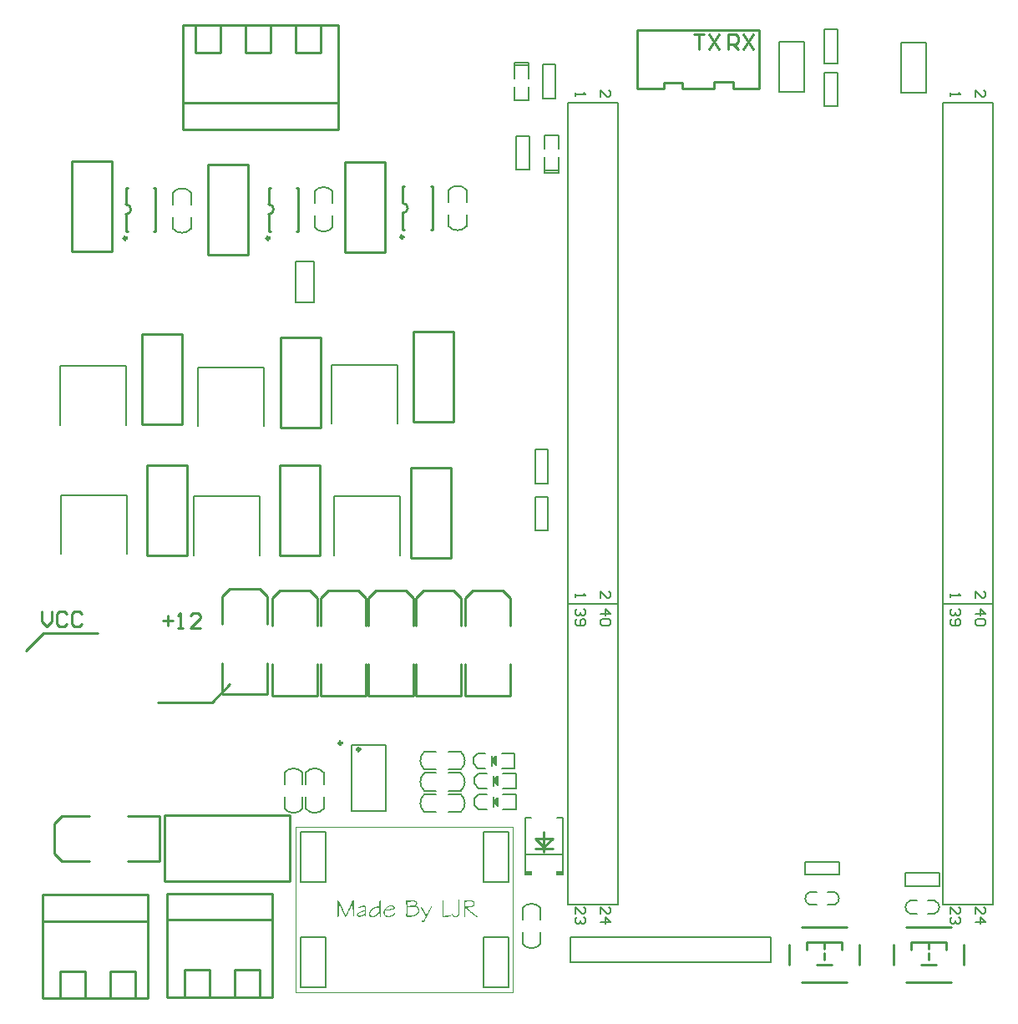
<source format=gto>
G04*
G04 #@! TF.GenerationSoftware,Altium Limited,Altium Designer,20.0.2 (26)*
G04*
G04 Layer_Color=65535*
%FSLAX25Y25*%
%MOIN*%
G70*
G01*
G75*
%ADD10C,0.01181*%
%ADD11C,0.01000*%
%ADD12C,0.00787*%
%ADD13C,0.00800*%
%ADD14C,0.00600*%
%ADD15C,0.00598*%
%ADD16C,0.00358*%
%ADD17C,0.00700*%
G36*
X361774Y145998D02*
X364584D01*
Y144198D01*
X361774D01*
Y145998D01*
D02*
G37*
G36*
X377226D02*
X374416D01*
Y144198D01*
X377226D01*
Y145998D01*
D02*
G37*
G36*
X317664Y134210D02*
X317819Y134188D01*
X317997Y134144D01*
X318175Y134088D01*
X318352Y134010D01*
X318508Y133910D01*
X318530Y133899D01*
X318575Y133855D01*
X318630Y133788D01*
X318708Y133688D01*
X318775Y133566D01*
X318841Y133421D01*
X318886Y133255D01*
X318897Y133055D01*
Y133033D01*
Y132988D01*
X318886Y132910D01*
X318864Y132822D01*
X318841Y132710D01*
X318797Y132599D01*
X318741Y132477D01*
X318664Y132366D01*
X318652Y132355D01*
X318619Y132322D01*
X318575Y132277D01*
X318497Y132210D01*
X318408Y132144D01*
X318308Y132077D01*
X318175Y132022D01*
X318030Y131966D01*
X318108D01*
X318163Y131955D01*
X318230D01*
X318308Y131944D01*
X318486Y131899D01*
X318686Y131844D01*
X318886Y131755D01*
X319086Y131644D01*
X319274Y131488D01*
X319297Y131466D01*
X319341Y131399D01*
X319419Y131299D01*
X319508Y131155D01*
X319586Y130977D01*
X319663Y130755D01*
X319708Y130499D01*
X319730Y130211D01*
Y130200D01*
Y130155D01*
X319719Y130088D01*
Y129999D01*
X319697Y129900D01*
X319674Y129777D01*
X319641Y129644D01*
X319597Y129500D01*
X319541Y129344D01*
X319475Y129189D01*
X319386Y129033D01*
X319286Y128877D01*
X319163Y128722D01*
X319019Y128566D01*
X318852Y128433D01*
X318664Y128300D01*
X318652Y128289D01*
X318619Y128278D01*
X318552Y128244D01*
X318463Y128200D01*
X318352Y128155D01*
X318219Y128100D01*
X318064Y128033D01*
X317886Y127978D01*
X317675Y127922D01*
X317441Y127855D01*
X317186Y127800D01*
X316908Y127755D01*
X316608Y127711D01*
X316286Y127689D01*
X315930Y127666D01*
X315564Y127655D01*
X315419D01*
X315331Y127666D01*
X315097D01*
X314942Y127678D01*
X314842D01*
X314786Y127689D01*
X314675Y127711D01*
X314631Y127733D01*
X314586Y127755D01*
X314575Y127778D01*
X314564Y127800D01*
X314553Y127833D01*
X314531Y127889D01*
X314520Y127944D01*
X314508Y128022D01*
Y128122D01*
Y128144D01*
Y128189D01*
Y128255D01*
X314520Y128355D01*
Y128433D01*
Y128511D01*
Y128600D01*
Y128700D01*
X314531Y128822D01*
Y128955D01*
Y128966D01*
Y128989D01*
Y129033D01*
Y129088D01*
Y129155D01*
X314542Y129233D01*
Y129422D01*
Y129644D01*
X314553Y129888D01*
Y130155D01*
Y130411D01*
Y130422D01*
Y130455D01*
Y130511D01*
Y130588D01*
Y130677D01*
Y130788D01*
Y130911D01*
Y131033D01*
Y131322D01*
X314542Y131633D01*
Y131944D01*
X314531Y132244D01*
Y132255D01*
Y132277D01*
Y132322D01*
Y132377D01*
X314520Y132444D01*
Y132521D01*
Y132710D01*
X314508Y132922D01*
X314497Y133144D01*
X314486Y133377D01*
X314475Y133599D01*
X314453D01*
X314408Y133621D01*
X314353Y133644D01*
X314297Y133677D01*
X314286Y133688D01*
X314275Y133721D01*
X314264Y133766D01*
X314253Y133833D01*
Y133844D01*
X314264Y133877D01*
X314275Y133921D01*
X314308Y133966D01*
X314319Y133977D01*
X314353Y133999D01*
X314397Y134032D01*
X314475Y134055D01*
X314486Y134066D01*
X314508Y134088D01*
X314542Y134121D01*
X314575Y134155D01*
X314586Y134166D01*
X314619Y134177D01*
X314653Y134188D01*
X314742D01*
X314775Y134177D01*
X314819Y134155D01*
X314830D01*
X314853Y134133D01*
X314897Y134110D01*
X314942Y134066D01*
X317241Y134210D01*
X317341D01*
X317364Y134221D01*
X317530D01*
X317664Y134210D01*
D02*
G37*
G36*
X324741Y132022D02*
X324785Y132010D01*
X324841Y131966D01*
X324852Y131955D01*
X324874Y131933D01*
X324896Y131888D01*
X324907Y131844D01*
X324896Y131822D01*
X324885Y131799D01*
X324863Y131766D01*
X324841Y131722D01*
X324818Y131655D01*
X324774Y131588D01*
X324718Y131488D01*
X324663Y131377D01*
X324585Y131244D01*
X324507Y131088D01*
X324396Y130911D01*
X324285Y130700D01*
X324152Y130466D01*
X324141Y130455D01*
X324118Y130411D01*
X324074Y130333D01*
X324030Y130233D01*
X323963Y130111D01*
X323885Y129966D01*
X323796Y129800D01*
X323696Y129611D01*
X323585Y129411D01*
X323474Y129200D01*
X323352Y128966D01*
X323230Y128722D01*
X322974Y128211D01*
X322708Y127678D01*
Y127666D01*
Y127655D01*
Y127644D01*
X322719Y127622D01*
X322752Y127555D01*
X322774Y127478D01*
X322785Y127411D01*
Y127400D01*
X322774Y127366D01*
X322763Y127322D01*
X322730Y127267D01*
X322719Y127255D01*
X322696Y127233D01*
X322663Y127211D01*
X322619Y127200D01*
X322596D01*
X322552Y127222D01*
X322530Y127233D01*
X322508Y127255D01*
X322008Y126300D01*
X321996Y126278D01*
X321974Y126233D01*
X321930Y126167D01*
X321874Y126078D01*
X321741Y125889D01*
X321663Y125789D01*
X321574Y125711D01*
X321563Y125700D01*
X321530Y125678D01*
X321485Y125644D01*
X321430Y125611D01*
X321352Y125567D01*
X321274Y125533D01*
X321185Y125511D01*
X321086Y125500D01*
X321052D01*
X321008Y125511D01*
X320952Y125522D01*
X320819Y125567D01*
X320763Y125600D01*
X320697Y125644D01*
X320686Y125655D01*
X320674Y125667D01*
X320630Y125733D01*
X320574Y125833D01*
X320563Y125900D01*
X320552Y125967D01*
Y125989D01*
X320563Y126033D01*
X320574Y126089D01*
X320597Y126144D01*
X320608Y126155D01*
X320641Y126178D01*
X320686Y126189D01*
X320741Y126200D01*
X320763D01*
X320808Y126189D01*
X320863Y126144D01*
X320908Y126111D01*
X320941Y126067D01*
Y126056D01*
X320963Y126044D01*
X320997Y126000D01*
X321063Y125944D01*
X321086Y125933D01*
X321119Y125922D01*
X321141D01*
X321197Y125944D01*
X321274Y125989D01*
X321319Y126022D01*
X321363Y126067D01*
X321374Y126078D01*
X321385Y126089D01*
X321408Y126122D01*
X321452Y126167D01*
X321485Y126222D01*
X321530Y126289D01*
X321585Y126378D01*
X321630Y126467D01*
X322274Y127755D01*
X322263Y127778D01*
X322241Y127833D01*
X322197Y127933D01*
X322141Y128066D01*
X322063Y128233D01*
X321974Y128433D01*
X321874Y128644D01*
X321763Y128889D01*
X321630Y129144D01*
X321497Y129422D01*
X321341Y129700D01*
X321174Y129999D01*
X320819Y130611D01*
X320430Y131222D01*
X320419Y131233D01*
X320397Y131277D01*
X320363Y131333D01*
X320330Y131399D01*
X320286Y131466D01*
X320252Y131522D01*
X320230Y131566D01*
X320219Y131599D01*
Y131611D01*
X320230Y131644D01*
X320241Y131688D01*
X320274Y131733D01*
X320286Y131744D01*
X320308Y131766D01*
X320352Y131788D01*
X320397Y131799D01*
X320408D01*
X320441Y131788D01*
X320508Y131755D01*
X320597Y131677D01*
X320652Y131633D01*
X320708Y131566D01*
X320774Y131488D01*
X320852Y131399D01*
X320930Y131288D01*
X321019Y131166D01*
X321119Y131022D01*
X321219Y130855D01*
X321230Y130844D01*
X321241Y130811D01*
X321274Y130755D01*
X321319Y130677D01*
X321374Y130588D01*
X321441Y130466D01*
X321508Y130333D01*
X321597Y130177D01*
X321685Y129999D01*
X321785Y129811D01*
X321897Y129588D01*
X322008Y129355D01*
X322130Y129111D01*
X322263Y128844D01*
X322396Y128555D01*
X322530Y128255D01*
Y128266D01*
X322541Y128278D01*
X322563Y128311D01*
X322574Y128355D01*
X322607Y128400D01*
X322641Y128466D01*
X322719Y128633D01*
X322819Y128833D01*
X322952Y129077D01*
X323085Y129355D01*
X323252Y129677D01*
Y129689D01*
X323263Y129700D01*
X323285Y129733D01*
X323307Y129777D01*
X323363Y129900D01*
X323441Y130044D01*
X323541Y130222D01*
X323641Y130422D01*
X323752Y130633D01*
X323874Y130855D01*
X323996Y131077D01*
X324130Y131288D01*
X324241Y131488D01*
X324363Y131666D01*
X324463Y131810D01*
X324552Y131933D01*
X324596Y131977D01*
X324630Y132010D01*
X324663Y132022D01*
X324685Y132033D01*
X324696D01*
X324741Y132022D01*
D02*
G37*
G36*
X293366Y134277D02*
X293433Y134255D01*
X293488Y134210D01*
X293499Y134199D01*
X293533Y134155D01*
X293555Y134077D01*
X293566Y133977D01*
X293633Y128000D01*
Y127989D01*
Y127978D01*
X293622Y127922D01*
X293610Y127844D01*
X293566Y127778D01*
X293555Y127766D01*
X293522Y127744D01*
X293477Y127711D01*
X293410Y127700D01*
X293399D01*
X293355Y127711D01*
X293299Y127733D01*
X293255Y127778D01*
X293244Y127789D01*
X293233Y127833D01*
X293211Y127900D01*
X293199Y127989D01*
X293144Y133355D01*
Y133344D01*
X293122Y133310D01*
X293099Y133266D01*
X293066Y133188D01*
X293033Y133110D01*
X292988Y132999D01*
X292933Y132888D01*
X292877Y132755D01*
X292811Y132610D01*
X292744Y132455D01*
X292588Y132110D01*
X292422Y131744D01*
X292244Y131355D01*
X292055Y130944D01*
X291877Y130544D01*
X291688Y130144D01*
X291511Y129755D01*
X291344Y129400D01*
X291266Y129233D01*
X291189Y129077D01*
X291122Y128933D01*
X291055Y128800D01*
X291000Y128677D01*
X290944Y128577D01*
X290933Y128566D01*
X290922Y128533D01*
X290900Y128489D01*
X290855Y128422D01*
X290822Y128344D01*
X290766Y128255D01*
X290655Y128077D01*
X290544Y127889D01*
X290477Y127800D01*
X290422Y127722D01*
X290366Y127655D01*
X290322Y127611D01*
X290277Y127578D01*
X290233Y127567D01*
X290211D01*
X290166Y127578D01*
X290100Y127622D01*
X290066Y127644D01*
X290033Y127689D01*
Y127700D01*
X290022Y127711D01*
X290000Y127744D01*
X289978Y127789D01*
X289944Y127855D01*
X289900Y127933D01*
X289855Y128044D01*
X289811Y128166D01*
Y128177D01*
X289789Y128222D01*
X289766Y128278D01*
X289733Y128366D01*
Y128377D01*
X289722Y128400D01*
X289700Y128444D01*
X289678Y128511D01*
X289644Y128577D01*
X289611Y128666D01*
X289566Y128766D01*
X289522Y128889D01*
X289477Y129011D01*
X289422Y129155D01*
X289289Y129455D01*
X289155Y129800D01*
X289000Y130166D01*
X288833Y130555D01*
X288655Y130955D01*
X288278Y131777D01*
X288089Y132177D01*
X287900Y132577D01*
X287711Y132955D01*
X287522Y133299D01*
Y133288D01*
Y133255D01*
Y133188D01*
Y133122D01*
X287533Y133021D01*
Y132910D01*
Y132788D01*
Y132644D01*
X287544Y132344D01*
Y132022D01*
X287556Y131688D01*
Y131355D01*
Y131344D01*
Y131322D01*
Y131277D01*
Y131222D01*
Y131155D01*
Y131066D01*
X287567Y130888D01*
Y130700D01*
Y130511D01*
Y130333D01*
Y130255D01*
Y130188D01*
Y130166D01*
Y130111D01*
Y130011D01*
Y129877D01*
Y129722D01*
X287556Y129533D01*
Y129311D01*
X287544Y129077D01*
Y129066D01*
Y129055D01*
Y129022D01*
Y128977D01*
Y128866D01*
Y128733D01*
X287533Y128589D01*
Y128455D01*
Y128322D01*
Y128233D01*
Y127877D01*
Y127866D01*
Y127855D01*
X287522Y127800D01*
X287511Y127733D01*
X287467Y127666D01*
X287456Y127655D01*
X287422Y127633D01*
X287367Y127600D01*
X287289Y127589D01*
X287267D01*
X287222Y127600D01*
X287167Y127622D01*
X287111Y127678D01*
X287100Y127689D01*
X287089Y127744D01*
X287067Y127822D01*
X287055Y127933D01*
Y127944D01*
Y127966D01*
Y128011D01*
Y128089D01*
Y128100D01*
Y128122D01*
Y128166D01*
X287067Y128222D01*
Y128289D01*
Y128366D01*
X287078Y128455D01*
Y128555D01*
X287089Y128789D01*
Y129044D01*
X287100Y129322D01*
Y129611D01*
Y129622D01*
Y129633D01*
Y129666D01*
Y129711D01*
Y129822D01*
Y129977D01*
Y130177D01*
Y130400D01*
X287089Y130655D01*
Y130933D01*
X287078Y131233D01*
Y131555D01*
X287067Y131888D01*
X287055Y132233D01*
X287033Y132944D01*
X287000Y133644D01*
Y133655D01*
Y133677D01*
Y133744D01*
Y133821D01*
Y133855D01*
Y133877D01*
Y133888D01*
Y133899D01*
X287011Y133955D01*
X287033Y134021D01*
X287078Y134088D01*
X287089Y134099D01*
X287144Y134133D01*
X287211Y134166D01*
X287300Y134177D01*
X287311D01*
X287355Y134166D01*
X287422Y134133D01*
X287511Y134055D01*
X287567Y134010D01*
X287622Y133944D01*
X287678Y133866D01*
X287755Y133777D01*
X287822Y133666D01*
X287900Y133544D01*
X287978Y133399D01*
X288067Y133233D01*
X288078Y133221D01*
X288089Y133188D01*
X288122Y133133D01*
X288144Y133077D01*
X288222Y132933D01*
X288289Y132788D01*
Y132777D01*
X288311Y132755D01*
X288333Y132710D01*
X288355Y132655D01*
X288400Y132577D01*
X288444Y132488D01*
X288489Y132377D01*
X288544Y132266D01*
X288611Y132133D01*
X288678Y131977D01*
X288755Y131822D01*
X288833Y131655D01*
X288911Y131466D01*
X289000Y131266D01*
X289189Y130844D01*
X289200Y130833D01*
X289211Y130788D01*
X289244Y130722D01*
X289278Y130633D01*
X289322Y130533D01*
X289377Y130400D01*
X289444Y130244D01*
X289511Y130077D01*
X289589Y129888D01*
X289678Y129689D01*
X289766Y129477D01*
X289855Y129244D01*
X289955Y129011D01*
X290055Y128755D01*
X290266Y128233D01*
X290277Y128255D01*
X290300Y128300D01*
X290344Y128389D01*
X290411Y128500D01*
X290489Y128655D01*
X290588Y128844D01*
X290700Y129066D01*
X290822Y129322D01*
X290966Y129611D01*
X291122Y129933D01*
X291288Y130299D01*
X291477Y130688D01*
X291677Y131122D01*
X291877Y131588D01*
X292099Y132088D01*
X292333Y132622D01*
Y132633D01*
X292344Y132655D01*
X292355Y132677D01*
X292377Y132721D01*
X292433Y132844D01*
X292488Y132977D01*
X292555Y133133D01*
X292622Y133288D01*
X292688Y133432D01*
X292744Y133566D01*
Y133577D01*
X292755Y133588D01*
X292777Y133644D01*
X292811Y133721D01*
X292855Y133821D01*
X292911Y133921D01*
X292955Y134021D01*
X292999Y134110D01*
X293044Y134166D01*
Y134177D01*
X293066Y134188D01*
X293122Y134232D01*
X293199Y134266D01*
X293244Y134288D01*
X293310D01*
X293366Y134277D01*
D02*
G37*
G36*
X335617Y134366D02*
X335673Y134344D01*
X335717Y134299D01*
X335729Y134288D01*
X335751Y134244D01*
X335773Y134177D01*
X335784Y134077D01*
X335851Y129822D01*
Y129566D01*
Y129544D01*
Y129489D01*
Y129400D01*
Y129288D01*
X335840Y129166D01*
X335828Y129033D01*
X335817Y128922D01*
X335806Y128811D01*
Y128800D01*
X335795Y128766D01*
X335784Y128722D01*
X335773Y128666D01*
X335729Y128522D01*
X335662Y128389D01*
X335651Y128366D01*
X335617Y128322D01*
X335562Y128244D01*
X335484Y128155D01*
X335384Y128055D01*
X335273Y127944D01*
X335140Y127844D01*
X334995Y127755D01*
X334973Y127744D01*
X334928Y127722D01*
X334851Y127689D01*
X334740Y127655D01*
X334606Y127611D01*
X334462Y127578D01*
X334284Y127555D01*
X334106Y127544D01*
X334040D01*
X333995Y127555D01*
X333873Y127567D01*
X333717Y127589D01*
X333540Y127633D01*
X333362Y127700D01*
X333173Y127778D01*
X333007Y127900D01*
X332984Y127911D01*
X332940Y127966D01*
X332873Y128033D01*
X332795Y128144D01*
X332706Y128266D01*
X332640Y128411D01*
X332595Y128566D01*
X332573Y128744D01*
Y128755D01*
Y128766D01*
X332584Y128811D01*
X332595Y128877D01*
X332629Y128933D01*
X332640Y128944D01*
X332673Y128977D01*
X332718Y129000D01*
X332773Y129011D01*
X332795D01*
X332829Y129000D01*
X332851Y128977D01*
X332895Y128955D01*
X332929Y128911D01*
X332962Y128844D01*
X332995Y128766D01*
X333007Y128744D01*
X333018Y128700D01*
X333029Y128644D01*
X333051Y128600D01*
X333062Y128589D01*
X333073Y128544D01*
X333106Y128489D01*
X333151Y128422D01*
X333207Y128344D01*
X333262Y128266D01*
X333340Y128189D01*
X333429Y128122D01*
X333440Y128111D01*
X333473Y128100D01*
X333529Y128077D01*
X333606Y128055D01*
X333695Y128022D01*
X333806Y128000D01*
X333929Y127989D01*
X334073Y127978D01*
X334129D01*
X334195Y127989D01*
X334273D01*
X334362Y128000D01*
X334462Y128022D01*
X334673Y128089D01*
X334684Y128100D01*
X334717Y128111D01*
X334773Y128144D01*
X334840Y128177D01*
X334984Y128289D01*
X335140Y128433D01*
X335151Y128444D01*
X335162Y128466D01*
X335184Y128500D01*
X335217Y128544D01*
X335284Y128655D01*
X335340Y128800D01*
Y128811D01*
X335351Y128833D01*
X335362Y128877D01*
X335373Y128944D01*
X335384Y129022D01*
X335395Y129111D01*
X335406Y129211D01*
Y129333D01*
Y129344D01*
Y129388D01*
Y129455D01*
X335395Y129555D01*
Y129566D01*
Y129588D01*
Y129655D01*
Y129733D01*
Y129822D01*
X335329Y134077D01*
Y134088D01*
Y134099D01*
X335340Y134155D01*
X335351Y134221D01*
X335384Y134288D01*
X335395Y134299D01*
X335429Y134332D01*
X335473Y134366D01*
X335551Y134377D01*
X335573D01*
X335617Y134366D01*
D02*
G37*
G36*
X297643Y132122D02*
X297755Y132099D01*
X297877Y132066D01*
X297999Y132010D01*
X298121Y131944D01*
X298210Y131855D01*
X298221Y131844D01*
X298243Y131799D01*
X298277Y131733D01*
X298321Y131633D01*
X298365Y131488D01*
X298410Y131322D01*
X298443Y131099D01*
Y130977D01*
X298454Y130844D01*
X298521Y128133D01*
Y128122D01*
Y128111D01*
X298510Y128055D01*
X298499Y127978D01*
X298465Y127911D01*
X298454Y127900D01*
X298421Y127877D01*
X298377Y127855D01*
X298310Y127844D01*
X298299D01*
X298254Y127855D01*
X298210Y127877D01*
X298165Y127911D01*
X298154Y127922D01*
X298132Y127966D01*
X298110Y128033D01*
X298099Y128122D01*
X298088Y128722D01*
Y128711D01*
X298066Y128700D01*
X297999Y128633D01*
X297899Y128544D01*
X297766Y128422D01*
X297599Y128300D01*
X297421Y128155D01*
X297210Y128033D01*
X296999Y127911D01*
X296988D01*
X296977Y127900D01*
X296943Y127889D01*
X296899Y127866D01*
X296777Y127822D01*
X296632Y127766D01*
X296455Y127711D01*
X296255Y127666D01*
X296043Y127633D01*
X295821Y127622D01*
X295744D01*
X295666Y127633D01*
X295566Y127655D01*
X295444Y127678D01*
X295321Y127711D01*
X295210Y127766D01*
X295099Y127844D01*
X295088Y127855D01*
X295055Y127889D01*
X295021Y127944D01*
X294977Y128011D01*
X294921Y128100D01*
X294888Y128211D01*
X294855Y128333D01*
X294844Y128478D01*
Y128489D01*
Y128500D01*
X294855Y128566D01*
X294877Y128666D01*
X294933Y128789D01*
X295010Y128933D01*
X295077Y129011D01*
X295144Y129088D01*
X295221Y129166D01*
X295310Y129255D01*
X295421Y129333D01*
X295544Y129411D01*
X295555D01*
X295577Y129433D01*
X295621Y129455D01*
X295688Y129489D01*
X295766Y129522D01*
X295866Y129577D01*
X295977Y129622D01*
X296121Y129689D01*
X296277Y129755D01*
X296466Y129822D01*
X296666Y129900D01*
X296899Y129988D01*
X297143Y130077D01*
X297410Y130166D01*
X297710Y130255D01*
X298032Y130355D01*
Y130755D01*
Y130766D01*
Y130777D01*
Y130844D01*
X298021Y130944D01*
X297999Y131055D01*
X297977Y131188D01*
X297955Y131310D01*
X297910Y131422D01*
X297866Y131510D01*
X297854Y131522D01*
X297843Y131544D01*
X297799Y131577D01*
X297755Y131611D01*
X297688Y131644D01*
X297599Y131677D01*
X297499Y131699D01*
X297388Y131711D01*
X297310D01*
X297254Y131699D01*
X297177Y131688D01*
X297099Y131677D01*
X296899Y131633D01*
X296888D01*
X296855Y131622D01*
X296788Y131599D01*
X296710Y131577D01*
X296610Y131533D01*
X296499Y131488D01*
X296377Y131444D01*
X296232Y131377D01*
X296221D01*
X296210Y131366D01*
X296177Y131355D01*
X296132Y131333D01*
X296010Y131266D01*
X295855Y131188D01*
X295844D01*
X295821Y131166D01*
X295777Y131155D01*
X295732Y131133D01*
X295644Y131088D01*
X295599Y131077D01*
X295566Y131066D01*
X295555D01*
X295521Y131077D01*
X295477Y131088D01*
X295432Y131111D01*
X295421Y131122D01*
X295410Y131144D01*
X295399Y131188D01*
X295388Y131233D01*
Y131244D01*
X295399Y131288D01*
X295421Y131344D01*
X295477Y131411D01*
X295499Y131422D01*
X295555Y131466D01*
X295588Y131499D01*
X295644Y131533D01*
X295710Y131566D01*
X295788Y131611D01*
X295799D01*
X295810Y131622D01*
X295866Y131655D01*
X295966Y131699D01*
X296077Y131755D01*
X296221Y131822D01*
X296377Y131888D01*
X296532Y131944D01*
X296699Y131999D01*
X296721Y132010D01*
X296777Y132022D01*
X296855Y132044D01*
X296955Y132066D01*
X297077Y132088D01*
X297199Y132110D01*
X297332Y132133D01*
X297543D01*
X297643Y132122D01*
D02*
G37*
G36*
X304109Y134121D02*
X304165Y134099D01*
X304221Y134055D01*
X304232Y134044D01*
X304254Y133999D01*
X304276Y133944D01*
X304287Y133866D01*
Y133844D01*
Y133821D01*
X304276Y133777D01*
Y133755D01*
Y133688D01*
X304265Y133588D01*
Y133455D01*
X304254Y133299D01*
Y133122D01*
X304243Y132922D01*
Y132721D01*
Y132710D01*
Y132699D01*
Y132666D01*
Y132622D01*
Y132566D01*
Y132499D01*
Y132333D01*
Y132122D01*
Y131877D01*
X304254Y131611D01*
Y131299D01*
Y130977D01*
Y130622D01*
X304265Y130266D01*
X304276Y129877D01*
X304287Y129100D01*
X304309Y128300D01*
Y128289D01*
Y128255D01*
Y128200D01*
X304321Y128144D01*
Y128033D01*
Y127989D01*
Y127955D01*
Y127944D01*
Y127933D01*
X304309Y127866D01*
X304298Y127800D01*
X304265Y127733D01*
X304254Y127722D01*
X304232Y127700D01*
X304187Y127666D01*
X304120Y127655D01*
X304109D01*
X304076Y127678D01*
X304043Y127711D01*
X304021Y127744D01*
X303998Y127800D01*
X303965Y127855D01*
X303943Y127933D01*
X303921Y128022D01*
X303909Y128133D01*
X303887Y128255D01*
X303876Y128411D01*
X303865Y128577D01*
Y128777D01*
Y128800D01*
Y128844D01*
Y128911D01*
Y129000D01*
Y129200D01*
Y129300D01*
Y129388D01*
X303854Y129377D01*
X303832Y129344D01*
X303798Y129300D01*
X303754Y129233D01*
X303687Y129155D01*
X303621Y129066D01*
X303454Y128866D01*
X303243Y128633D01*
X303010Y128400D01*
X302765Y128177D01*
X302499Y127978D01*
X302487D01*
X302465Y127955D01*
X302432Y127933D01*
X302376Y127900D01*
X302310Y127866D01*
X302232Y127833D01*
X302054Y127744D01*
X301832Y127655D01*
X301587Y127589D01*
X301321Y127533D01*
X301043Y127511D01*
X300976D01*
X300932Y127522D01*
X300821Y127533D01*
X300665Y127555D01*
X300499Y127600D01*
X300332Y127666D01*
X300165Y127744D01*
X300010Y127866D01*
X299999Y127889D01*
X299954Y127933D01*
X299888Y128011D01*
X299821Y128122D01*
X299754Y128266D01*
X299688Y128433D01*
X299643Y128622D01*
X299632Y128844D01*
Y128855D01*
Y128877D01*
Y128911D01*
X299643Y128955D01*
Y129011D01*
X299654Y129077D01*
X299676Y129244D01*
X299721Y129433D01*
X299788Y129644D01*
X299876Y129866D01*
X299999Y130088D01*
Y130099D01*
X300021Y130111D01*
X300043Y130144D01*
X300065Y130188D01*
X300154Y130299D01*
X300276Y130433D01*
X300421Y130588D01*
X300599Y130755D01*
X300810Y130933D01*
X301043Y131088D01*
X301054D01*
X301065Y131099D01*
X301099Y131122D01*
X301143Y131144D01*
X301254Y131210D01*
X301410Y131288D01*
X301599Y131377D01*
X301810Y131466D01*
X302043Y131544D01*
X302298Y131622D01*
X302310D01*
X302332Y131633D01*
X302365Y131644D01*
X302421Y131655D01*
X302487Y131666D01*
X302565Y131677D01*
X302654Y131699D01*
X302754Y131711D01*
X302976Y131744D01*
X303232Y131777D01*
X303521Y131810D01*
X303832Y131822D01*
Y132255D01*
Y132966D01*
Y132988D01*
Y133021D01*
Y133066D01*
Y133077D01*
Y133122D01*
Y133177D01*
Y133255D01*
X303820Y133344D01*
Y133444D01*
Y133644D01*
Y133655D01*
Y133688D01*
Y133732D01*
X303832Y133799D01*
X303843Y133921D01*
X303854Y133977D01*
X303865Y134021D01*
X303876Y134044D01*
X303909Y134077D01*
X303965Y134110D01*
X304054Y134133D01*
X304076D01*
X304109Y134121D01*
D02*
G37*
G36*
X308609Y132222D02*
X308765Y132199D01*
X308931Y132166D01*
X309109Y132110D01*
X309298Y132044D01*
X309464Y131944D01*
X309487Y131933D01*
X309531Y131888D01*
X309598Y131833D01*
X309687Y131755D01*
X309764Y131644D01*
X309831Y131533D01*
X309875Y131399D01*
X309898Y131255D01*
Y131233D01*
X309887Y131177D01*
X309864Y131088D01*
X309809Y130988D01*
X309720Y130866D01*
X309664Y130811D01*
X309598Y130744D01*
X309520Y130688D01*
X309420Y130633D01*
X309309Y130577D01*
X309187Y130533D01*
X309176D01*
X309153Y130522D01*
X309109Y130511D01*
X309042Y130488D01*
X308953Y130477D01*
X308842Y130444D01*
X308698Y130422D01*
X308531Y130388D01*
X308342Y130366D01*
X308120Y130333D01*
X307876Y130288D01*
X307587Y130255D01*
X307276Y130222D01*
X306920Y130188D01*
X306531Y130144D01*
X306109Y130111D01*
Y130099D01*
X306098Y130077D01*
X306076Y130033D01*
X306054Y129977D01*
X305998Y129855D01*
X305954Y129711D01*
Y129700D01*
X305943Y129677D01*
Y129644D01*
X305931Y129600D01*
X305920Y129477D01*
X305909Y129344D01*
Y129333D01*
Y129322D01*
Y129288D01*
X305920Y129244D01*
X305931Y129133D01*
X305965Y128989D01*
X306009Y128833D01*
X306076Y128666D01*
X306176Y128511D01*
X306309Y128355D01*
X306331Y128344D01*
X306387Y128300D01*
X306476Y128244D01*
X306598Y128177D01*
X306754Y128100D01*
X306943Y128044D01*
X307165Y128000D01*
X307409Y127989D01*
X307509D01*
X307620Y128000D01*
X307753Y128011D01*
X307920Y128033D01*
X308098Y128055D01*
X308287Y128100D01*
X308465Y128155D01*
X308476D01*
X308487Y128166D01*
X308542Y128189D01*
X308642Y128222D01*
X308753Y128278D01*
X308887Y128355D01*
X309031Y128433D01*
X309176Y128533D01*
X309309Y128655D01*
X309331Y128677D01*
X309387Y128722D01*
X309464Y128811D01*
X309553Y128922D01*
X309564Y128933D01*
X309587Y128955D01*
X309653Y129033D01*
X309742Y129100D01*
X309787Y129122D01*
X309831Y129133D01*
X309842D01*
X309875Y129122D01*
X309909Y129111D01*
X309953Y129077D01*
X309964Y129066D01*
X309987Y129044D01*
X309998Y129000D01*
X310009Y128955D01*
Y128944D01*
X309998Y128900D01*
X309976Y128833D01*
X309931Y128744D01*
X309920Y128722D01*
X309887Y128666D01*
X309820Y128589D01*
X309731Y128489D01*
X309709Y128466D01*
X309653Y128411D01*
X309553Y128333D01*
X309431Y128233D01*
X309287Y128111D01*
X309109Y128000D01*
X308920Y127889D01*
X308709Y127800D01*
X308698D01*
X308687Y127789D01*
X308653Y127778D01*
X308609Y127766D01*
X308498Y127733D01*
X308342Y127689D01*
X308153Y127644D01*
X307931Y127611D01*
X307698Y127589D01*
X307431Y127578D01*
X307342D01*
X307276Y127589D01*
X307209D01*
X307120Y127600D01*
X306909Y127633D01*
X306676Y127689D01*
X306442Y127766D01*
X306198Y127877D01*
X305987Y128033D01*
Y128044D01*
X305965Y128055D01*
X305909Y128122D01*
X305820Y128222D01*
X305732Y128366D01*
X305631Y128544D01*
X305543Y128766D01*
X305487Y129011D01*
X305476Y129155D01*
X305465Y129300D01*
Y129322D01*
Y129377D01*
X305476Y129466D01*
X305498Y129577D01*
X305520Y129722D01*
X305565Y129877D01*
X305620Y130055D01*
X305698Y130244D01*
Y130255D01*
X305709Y130266D01*
X305743Y130333D01*
X305798Y130433D01*
X305876Y130566D01*
X305965Y130711D01*
X306076Y130877D01*
X306209Y131044D01*
X306354Y131222D01*
X306365Y131233D01*
X306376Y131244D01*
X306431Y131299D01*
X306531Y131388D01*
X306654Y131499D01*
X306798Y131622D01*
X306965Y131744D01*
X307154Y131866D01*
X307342Y131966D01*
X307353D01*
X307365Y131977D01*
X307431Y132010D01*
X307531Y132055D01*
X307665Y132099D01*
X307831Y132144D01*
X308009Y132188D01*
X308187Y132222D01*
X308387Y132233D01*
X308498D01*
X308609Y132222D01*
D02*
G37*
G36*
X329274Y134210D02*
X329329Y134199D01*
X329374Y134166D01*
X329385Y134155D01*
X329407Y134121D01*
X329429Y134077D01*
X329440Y133999D01*
Y133988D01*
Y133966D01*
X329451Y133910D01*
Y133866D01*
Y133810D01*
X329462Y133744D01*
Y133677D01*
Y133588D01*
X329473Y133477D01*
Y133355D01*
Y133221D01*
X329485Y133066D01*
Y132899D01*
Y132888D01*
Y132855D01*
Y132799D01*
Y132733D01*
Y132644D01*
X329496Y132533D01*
Y132399D01*
Y132255D01*
Y132099D01*
Y131933D01*
X329507Y131744D01*
Y131544D01*
Y131333D01*
Y131111D01*
Y130644D01*
Y130633D01*
Y130622D01*
Y130588D01*
Y130544D01*
Y130433D01*
Y130277D01*
Y130099D01*
X329496Y129888D01*
Y129655D01*
X329485Y129411D01*
Y129400D01*
Y129377D01*
Y129344D01*
Y129300D01*
Y129233D01*
X329473Y129155D01*
Y128989D01*
X329462Y128766D01*
Y128533D01*
X329451Y128266D01*
X329440Y127989D01*
X329485D01*
X329540Y128000D01*
X329607D01*
X329685Y128011D01*
X329785Y128022D01*
X329896D01*
X330018Y128033D01*
X330285Y128055D01*
X330573Y128077D01*
X330873Y128100D01*
X331162Y128122D01*
X331229D01*
X331284Y128133D01*
X331418Y128144D01*
X331573Y128155D01*
X331740D01*
X331918Y128166D01*
X332062Y128177D01*
X332218D01*
X332284Y128166D01*
X332362Y128155D01*
X332440Y128122D01*
X332451Y128111D01*
X332484Y128077D01*
X332507Y128033D01*
X332518Y127955D01*
Y127944D01*
X332507Y127922D01*
X332484Y127889D01*
X332440Y127844D01*
X332362Y127800D01*
X332307Y127778D01*
X332240Y127755D01*
X332162Y127744D01*
X332084Y127733D01*
X331973Y127722D01*
X331862Y127711D01*
X331773D01*
X331684Y127700D01*
X331507D01*
X331429Y127689D01*
X331340D01*
X331229Y127678D01*
X331096Y127666D01*
X330962D01*
X330807Y127655D01*
X330651Y127644D01*
X330296Y127611D01*
X329929Y127589D01*
X329540Y127555D01*
X329507D01*
X329429Y127544D01*
X329351Y127533D01*
X329274D01*
X329207Y127544D01*
X329118Y127567D01*
X329040Y127622D01*
X329029Y127644D01*
X329007Y127689D01*
X328985Y127778D01*
X328974Y127911D01*
Y127922D01*
Y127944D01*
Y127966D01*
Y128011D01*
Y128066D01*
Y128133D01*
Y128222D01*
Y128244D01*
Y128289D01*
X328985Y128377D01*
Y128489D01*
Y128633D01*
X328996Y128800D01*
Y129000D01*
X329007Y129211D01*
X329018Y129433D01*
Y129689D01*
X329029Y129944D01*
Y130222D01*
X329040Y130799D01*
Y131399D01*
Y131411D01*
Y131444D01*
Y131499D01*
Y131577D01*
Y131666D01*
Y131777D01*
Y131899D01*
X329029Y132044D01*
Y132199D01*
Y132366D01*
X329018Y132721D01*
X329007Y133122D01*
X328985Y133544D01*
Y133555D01*
Y133588D01*
Y133644D01*
Y133699D01*
X328974Y133833D01*
Y133888D01*
Y133921D01*
Y133932D01*
Y133944D01*
X328985Y133999D01*
X328996Y134077D01*
X329029Y134144D01*
X329040Y134155D01*
X329074Y134188D01*
X329129Y134210D01*
X329218Y134221D01*
X329240D01*
X329274Y134210D01*
D02*
G37*
G36*
X337850Y134255D02*
X337895Y134244D01*
X337939Y134210D01*
X337950Y134199D01*
X337962Y134177D01*
X337973Y134133D01*
X337984Y134066D01*
X338017D01*
X338051Y134077D01*
X338106D01*
X338173Y134088D01*
X338239Y134099D01*
X338406Y134121D01*
X338606Y134133D01*
X338817Y134155D01*
X339028Y134177D01*
X339228Y134199D01*
X339250D01*
X339317Y134210D01*
X339417D01*
X339550Y134221D01*
X339695Y134232D01*
X339850D01*
X340017Y134244D01*
X340306D01*
X340372Y134232D01*
X340461Y134221D01*
X340639Y134199D01*
X340839Y134166D01*
X341050Y134099D01*
X341250Y134021D01*
X341428Y133910D01*
X341450Y133899D01*
X341494Y133844D01*
X341572Y133777D01*
X341650Y133666D01*
X341728Y133533D01*
X341806Y133366D01*
X341850Y133166D01*
X341872Y132944D01*
Y132933D01*
Y132910D01*
Y132866D01*
X341861Y132810D01*
X341850Y132744D01*
X341828Y132666D01*
X341772Y132488D01*
X341728Y132388D01*
X341683Y132288D01*
X341617Y132177D01*
X341539Y132077D01*
X341450Y131988D01*
X341339Y131888D01*
X341228Y131799D01*
X341084Y131722D01*
X341072D01*
X341050Y131711D01*
X341006Y131688D01*
X340939Y131666D01*
X340850Y131633D01*
X340750Y131599D01*
X340628Y131566D01*
X340483Y131522D01*
X340328Y131488D01*
X340150Y131455D01*
X339950Y131422D01*
X339728Y131388D01*
X339495Y131366D01*
X339228Y131344D01*
X338950Y131333D01*
X338650Y131322D01*
X338662Y131310D01*
X338706Y131277D01*
X338773Y131222D01*
X338850Y131144D01*
X338950Y131055D01*
X339073Y130944D01*
X339217Y130833D01*
X339361Y130700D01*
X339684Y130422D01*
X340028Y130122D01*
X340384Y129822D01*
X340728Y129533D01*
X340739Y129522D01*
X340772Y129500D01*
X340817Y129466D01*
X340872Y129411D01*
X340950Y129355D01*
X341039Y129277D01*
X341139Y129200D01*
X341250Y129111D01*
X341494Y128922D01*
X341761Y128711D01*
X342028Y128511D01*
X342295Y128311D01*
X342306D01*
X342317Y128300D01*
X342383Y128255D01*
X342483Y128177D01*
X342617Y128089D01*
X342639Y128077D01*
X342683Y128044D01*
X342750Y127989D01*
X342828Y127933D01*
X342894Y127866D01*
X342961Y127800D01*
X343005Y127733D01*
X343028Y127678D01*
Y127666D01*
X343017Y127622D01*
X343005Y127567D01*
X342961Y127522D01*
X342950Y127511D01*
X342928Y127489D01*
X342872Y127466D01*
X342817Y127455D01*
X342806D01*
X342761Y127478D01*
X342728Y127489D01*
X342683Y127511D01*
X342617Y127544D01*
X342550Y127589D01*
X342461Y127644D01*
X342350Y127722D01*
X342228Y127811D01*
X342072Y127911D01*
X341906Y128044D01*
X341717Y128189D01*
X341506Y128355D01*
X341261Y128544D01*
X341250Y128555D01*
X341195Y128600D01*
X341128Y128655D01*
X341017Y128744D01*
X340895Y128844D01*
X340739Y128977D01*
X340550Y129133D01*
X340350Y129300D01*
X340117Y129500D01*
X339873Y129711D01*
X339606Y129944D01*
X339317Y130188D01*
X339006Y130455D01*
X338684Y130744D01*
X338350Y131044D01*
X337995Y131355D01*
X338106Y127978D01*
Y127944D01*
Y127922D01*
X338095Y127877D01*
X338084Y127822D01*
X338039Y127755D01*
X338028Y127744D01*
X337995Y127722D01*
X337939Y127700D01*
X337862Y127689D01*
X337839D01*
X337795Y127700D01*
X337728Y127722D01*
X337673Y127755D01*
X337662Y127766D01*
X337650Y127811D01*
X337628Y127877D01*
X337617Y127978D01*
X337528Y133966D01*
Y133977D01*
Y133988D01*
X337539Y134055D01*
X337562Y134121D01*
X337595Y134188D01*
X337606Y134199D01*
X337650Y134232D01*
X337706Y134255D01*
X337795Y134266D01*
X337817D01*
X337850Y134255D01*
D02*
G37*
%LPC*%
G36*
X317408Y133766D02*
X317386D01*
X317319Y133755D01*
X317241D01*
X314931Y133610D01*
Y133599D01*
Y133577D01*
Y133521D01*
X314942Y133455D01*
Y133366D01*
Y133266D01*
X314953Y133144D01*
Y133010D01*
Y132988D01*
Y132944D01*
X314964Y132855D01*
Y132733D01*
X314975Y132577D01*
X314986Y132399D01*
Y132188D01*
X314997Y131955D01*
X317097Y132088D01*
X317130D01*
X317153Y132099D01*
X317197D01*
X317319Y132110D01*
X317453Y132144D01*
X317608Y132177D01*
X317775Y132222D01*
X317930Y132288D01*
X318064Y132366D01*
X318075Y132377D01*
X318119Y132410D01*
X318175Y132466D01*
X318241Y132533D01*
X318297Y132622D01*
X318352Y132733D01*
X318397Y132866D01*
X318408Y133010D01*
Y133021D01*
Y133066D01*
X318397Y133133D01*
X318375Y133210D01*
X318341Y133299D01*
X318297Y133399D01*
X318230Y133488D01*
X318141Y133566D01*
X318130Y133577D01*
X318097Y133599D01*
X318030Y133633D01*
X317952Y133666D01*
X317852Y133699D01*
X317719Y133732D01*
X317575Y133755D01*
X317408Y133766D01*
D02*
G37*
G36*
X317653Y131666D02*
X317552D01*
X317508Y131655D01*
X317419D01*
X314997Y131488D01*
Y131477D01*
Y131455D01*
Y131411D01*
X315008Y131355D01*
Y131288D01*
Y131210D01*
Y131033D01*
Y131022D01*
Y130988D01*
Y130944D01*
X315019Y130888D01*
Y130811D01*
Y130722D01*
Y130533D01*
Y130511D01*
Y130455D01*
Y130366D01*
Y130233D01*
Y130088D01*
Y129911D01*
X315008Y129711D01*
Y129489D01*
Y129477D01*
Y129466D01*
Y129433D01*
Y129388D01*
Y129322D01*
Y129255D01*
X314997Y129088D01*
Y128889D01*
Y128655D01*
X314986Y128400D01*
Y128122D01*
X315719D01*
X315842Y128133D01*
X315997D01*
X316175Y128155D01*
X316375Y128166D01*
X316586Y128189D01*
X317030Y128255D01*
X317497Y128344D01*
X317719Y128400D01*
X317930Y128478D01*
X318141Y128555D01*
X318319Y128644D01*
X318330Y128655D01*
X318363Y128666D01*
X318408Y128700D01*
X318463Y128744D01*
X318541Y128800D01*
X318619Y128866D01*
X318697Y128944D01*
X318786Y129033D01*
X318875Y129144D01*
X318952Y129255D01*
X319041Y129388D01*
X319108Y129522D01*
X319163Y129677D01*
X319208Y129844D01*
X319241Y130022D01*
X319252Y130211D01*
Y130222D01*
Y130244D01*
Y130277D01*
X319241Y130322D01*
X319230Y130444D01*
X319197Y130599D01*
X319152Y130777D01*
X319075Y130955D01*
X318975Y131122D01*
X318830Y131277D01*
X318808Y131299D01*
X318752Y131344D01*
X318664Y131399D01*
X318530Y131477D01*
X318363Y131544D01*
X318163Y131611D01*
X317919Y131655D01*
X317653Y131666D01*
D02*
G37*
G36*
X298043Y129966D02*
X298021D01*
X297977Y129944D01*
X297899Y129922D01*
X297799Y129888D01*
X297677Y129844D01*
X297532Y129800D01*
X297377Y129744D01*
X297210Y129689D01*
X296855Y129555D01*
X296499Y129422D01*
X296332Y129344D01*
X296177Y129277D01*
X296032Y129211D01*
X295910Y129144D01*
X295899D01*
X295888Y129133D01*
X295810Y129088D01*
X295721Y129022D01*
X295610Y128933D01*
X295488Y128833D01*
X295399Y128722D01*
X295321Y128600D01*
X295310Y128544D01*
X295299Y128478D01*
Y128466D01*
Y128444D01*
X295310Y128400D01*
X295321Y128355D01*
X295366Y128244D01*
X295399Y128189D01*
X295455Y128144D01*
X295466D01*
X295488Y128122D01*
X295521Y128111D01*
X295566Y128089D01*
X295633Y128066D01*
X295710Y128055D01*
X295799Y128033D01*
X295988D01*
X296088Y128044D01*
X296210Y128066D01*
X296366Y128111D01*
X296544Y128155D01*
X296743Y128233D01*
X296943Y128333D01*
X296955D01*
X296966Y128344D01*
X296999Y128366D01*
X297043Y128389D01*
X297154Y128466D01*
X297299Y128566D01*
X297466Y128689D01*
X297655Y128844D01*
X297854Y129022D01*
X298054Y129222D01*
X298043Y129966D01*
D02*
G37*
G36*
X303832Y131377D02*
X303698D01*
X303632Y131366D01*
X303554D01*
X303354Y131355D01*
X303143Y131333D01*
X302898Y131299D01*
X302654Y131255D01*
X302410Y131199D01*
X302398D01*
X302376Y131188D01*
X302343D01*
X302298Y131166D01*
X302187Y131133D01*
X302032Y131077D01*
X301854Y131011D01*
X301665Y130933D01*
X301465Y130833D01*
X301276Y130711D01*
X301265D01*
X301254Y130700D01*
X301187Y130655D01*
X301087Y130577D01*
X300954Y130477D01*
X300821Y130355D01*
X300676Y130222D01*
X300532Y130066D01*
X300399Y129888D01*
X300388Y129866D01*
X300354Y129811D01*
X300299Y129711D01*
X300243Y129588D01*
X300188Y129444D01*
X300132Y129288D01*
X300099Y129111D01*
X300088Y128933D01*
Y128911D01*
Y128855D01*
X300099Y128766D01*
X300121Y128666D01*
X300154Y128544D01*
X300199Y128422D01*
X300254Y128311D01*
X300343Y128200D01*
X300354Y128189D01*
X300388Y128155D01*
X300454Y128122D01*
X300532Y128077D01*
X300643Y128022D01*
X300765Y127989D01*
X300910Y127955D01*
X301076Y127944D01*
X301154D01*
X301199Y127955D01*
X301265Y127966D01*
X301343Y127978D01*
X301532Y128022D01*
X301754Y128089D01*
X301998Y128189D01*
X302132Y128255D01*
X302265Y128344D01*
X302398Y128433D01*
X302532Y128533D01*
X302543Y128544D01*
X302565Y128566D01*
X302598Y128600D01*
X302654Y128644D01*
X302721Y128700D01*
X302798Y128777D01*
X302876Y128866D01*
X302965Y128966D01*
X303065Y129077D01*
X303176Y129200D01*
X303276Y129344D01*
X303387Y129489D01*
X303498Y129655D01*
X303609Y129822D01*
X303721Y130011D01*
X303832Y130200D01*
Y131377D01*
D02*
G37*
G36*
X308387Y131822D02*
X308287D01*
X308176Y131799D01*
X308031Y131777D01*
X307854Y131733D01*
X307665Y131677D01*
X307465Y131588D01*
X307265Y131477D01*
X307254D01*
X307242Y131466D01*
X307176Y131411D01*
X307076Y131333D01*
X306954Y131222D01*
X306809Y131088D01*
X306654Y130922D01*
X306487Y130722D01*
X306331Y130499D01*
X306354D01*
X306398Y130511D01*
X306487D01*
X306587Y130522D01*
X306720Y130533D01*
X306876Y130555D01*
X307042Y130566D01*
X307220Y130588D01*
X307598Y130633D01*
X307987Y130688D01*
X308176Y130722D01*
X308353Y130744D01*
X308520Y130777D01*
X308676Y130811D01*
X308687D01*
X308709Y130822D01*
X308742Y130833D01*
X308798Y130844D01*
X308920Y130888D01*
X309053Y130933D01*
X309198Y131000D01*
X309309Y131066D01*
X309364Y131111D01*
X309398Y131144D01*
X309420Y131188D01*
X309431Y131233D01*
Y131244D01*
Y131277D01*
X309420Y131322D01*
X309398Y131377D01*
X309353Y131444D01*
X309309Y131522D01*
X309231Y131588D01*
X309131Y131655D01*
X309120Y131666D01*
X309076Y131677D01*
X309020Y131711D01*
X308931Y131744D01*
X308820Y131766D01*
X308698Y131799D01*
X308553Y131810D01*
X308387Y131822D01*
D02*
G37*
G36*
X340128Y133799D02*
X339884D01*
X339761Y133788D01*
X339617Y133777D01*
X339450Y133766D01*
X339261Y133755D01*
X339206D01*
X339173Y133744D01*
X339061Y133732D01*
X338917Y133721D01*
X338728Y133699D01*
X338517Y133677D01*
X338273Y133644D01*
X338006Y133610D01*
Y131733D01*
X338306D01*
X338461Y131744D01*
X338628D01*
X338817Y131755D01*
X339028Y131766D01*
X339450Y131799D01*
X339884Y131855D01*
X340095Y131877D01*
X340284Y131922D01*
X340461Y131966D01*
X340617Y132010D01*
X340628D01*
X340650Y132022D01*
X340684Y132044D01*
X340739Y132066D01*
X340861Y132133D01*
X341006Y132233D01*
X341139Y132355D01*
X341261Y132521D01*
X341317Y132610D01*
X341350Y132710D01*
X341372Y132822D01*
X341383Y132933D01*
Y132955D01*
Y133010D01*
X341372Y133088D01*
X341350Y133177D01*
X341306Y133288D01*
X341250Y133399D01*
X341172Y133499D01*
X341072Y133588D01*
X341061Y133599D01*
X341017Y133621D01*
X340939Y133655D01*
X340839Y133699D01*
X340706Y133732D01*
X340550Y133766D01*
X340350Y133788D01*
X340128Y133799D01*
D02*
G37*
%LPD*%
D10*
X313365Y398976D02*
G03*
X313365Y398976I-591J0D01*
G01*
X259865Y398476D02*
G03*
X259865Y398476I-591J0D01*
G01*
X202865D02*
G03*
X202865Y398476I-591J0D01*
G01*
X288788Y197013D02*
G03*
X288788Y197013I-591J0D01*
G01*
X296079Y194516D02*
G03*
X296079Y194516I-591J0D01*
G01*
D11*
X313094Y408500D02*
G03*
X313090Y412500I-2J2000D01*
G01*
X259594Y408000D02*
G03*
X259590Y412000I-2J2000D01*
G01*
X202594Y408000D02*
G03*
X202590Y412000I-2J2000D01*
G01*
X366000Y155000D02*
X373000D01*
X369500Y155210D02*
Y155500D01*
X373000Y159000D01*
X366000D02*
X373000D01*
X366000D02*
X369500Y155500D01*
Y155060D02*
Y155500D01*
Y153500D02*
Y161500D01*
X324905Y401839D02*
Y419161D01*
X313094D02*
X313772D01*
X324228D02*
X324905D01*
X313094Y401839D02*
X313772D01*
X324228D02*
X324905D01*
X313094Y412500D02*
Y419161D01*
Y401839D02*
Y408500D01*
X417400Y460600D02*
X424700D01*
X417400Y458200D02*
Y460600D01*
X437200Y460700D02*
X444900D01*
Y458300D02*
Y460700D01*
X406600Y458200D02*
Y481600D01*
X455300Y458300D02*
Y481600D01*
X406600D02*
X455300D01*
X444900Y458300D02*
X455300D01*
X406600Y458200D02*
X417400D01*
X424700Y458300D02*
X437200D01*
X424700D02*
Y460600D01*
X437200Y458300D02*
Y460700D01*
X537000Y108500D02*
Y116500D01*
X509000Y108500D02*
Y116500D01*
X514000Y101500D02*
X532000D01*
X514000Y123500D02*
X532000D01*
X530000Y114600D02*
Y117500D01*
X516000D02*
X530000D01*
X516000Y114600D02*
Y117500D01*
X520000Y108500D02*
X525900D01*
X523000Y110500D02*
Y113100D01*
Y114900D02*
Y117500D01*
X495500Y108500D02*
Y116500D01*
X467500Y108500D02*
Y116500D01*
X472500Y101500D02*
X490500D01*
X472500Y123500D02*
X490500D01*
X488500Y114600D02*
Y117500D01*
X474500D02*
X488500D01*
X474500Y114600D02*
Y117500D01*
X478500Y108500D02*
X484400D01*
X481500Y110500D02*
Y113100D01*
Y114900D02*
Y117500D01*
X177000Y168000D02*
X188000D01*
X174000Y165000D02*
X177000Y168000D01*
X174000Y153000D02*
Y165000D01*
Y153000D02*
X177000Y150000D01*
X188000D01*
X203500Y168000D02*
X216000D01*
Y150000D02*
Y168000D01*
X203500Y150000D02*
X216000D01*
X169500Y126000D02*
X211500D01*
X206500Y95100D02*
Y106000D01*
X196500D02*
X206500D01*
X196500Y95100D02*
Y106000D01*
X186500Y95100D02*
Y106000D01*
X176500D02*
X186500D01*
X176500Y95100D02*
Y106000D01*
X169500Y136500D02*
X211500D01*
Y95100D02*
Y136500D01*
X169500Y95100D02*
X211500D01*
X169500D02*
Y136500D01*
X215500Y213179D02*
X236917D01*
X244169Y220431D01*
X162531Y233769D02*
X169783Y241021D01*
X191200D01*
X350000Y189000D02*
X350100Y190700D01*
X349400Y190100D02*
X350100Y190700D01*
X349400Y190100D02*
X349600Y189500D01*
X350500Y181000D02*
X350600Y182700D01*
X349900Y182100D02*
X350600Y182700D01*
X349900Y182100D02*
X350100Y181500D01*
X350500Y172500D02*
X350600Y174200D01*
X349900Y173600D02*
X350600Y174200D01*
X349900Y173600D02*
X350100Y173000D01*
X235500Y428000D02*
X251500D01*
X235500Y392000D02*
Y428000D01*
Y392000D02*
X251500D01*
Y428000D01*
X181000Y429256D02*
X197000D01*
X181000Y393256D02*
Y429256D01*
Y393256D02*
X197000D01*
Y429256D01*
X271406Y401339D02*
Y418661D01*
X259594D02*
X260272D01*
X270728D02*
X271406D01*
X259594Y401339D02*
X260272D01*
X270728D02*
X271406D01*
X259594Y412000D02*
Y418661D01*
Y401339D02*
Y408000D01*
X214405Y401339D02*
Y418661D01*
X202594D02*
X203272D01*
X213728D02*
X214405D01*
X202594Y401339D02*
X203272D01*
X213728D02*
X214405D01*
X202594Y412000D02*
Y418661D01*
Y401339D02*
Y408000D01*
X290000Y429000D02*
X306000D01*
X290000Y393000D02*
Y429000D01*
Y393000D02*
X306000D01*
Y429000D01*
X219000Y126500D02*
X261000D01*
X256000Y95600D02*
Y106500D01*
X246000D02*
X256000D01*
X246000Y95600D02*
Y106500D01*
X236000Y95600D02*
Y106500D01*
X226000D02*
X236000D01*
X226000Y95600D02*
Y106500D01*
X219000Y137000D02*
X261000D01*
Y95600D02*
Y137000D01*
X219000Y95600D02*
X261000D01*
X219000D02*
Y137000D01*
X279000Y244000D02*
Y255000D01*
X276000Y258000D02*
X279000Y255000D01*
X264000Y258000D02*
X276000D01*
X261000Y255000D02*
X264000Y258000D01*
X261000Y244000D02*
Y255000D01*
X279000Y216000D02*
Y228500D01*
X261000Y216000D02*
X279000D01*
X261000D02*
Y228500D01*
X298500Y244000D02*
Y255000D01*
X295500Y258000D02*
X298500Y255000D01*
X283500Y258000D02*
X295500D01*
X280500Y255000D02*
X283500Y258000D01*
X280500Y244000D02*
Y255000D01*
X298500Y216000D02*
Y228500D01*
X280500Y216000D02*
X298500D01*
X280500D02*
Y228500D01*
X317500Y244000D02*
Y255000D01*
X314500Y258000D02*
X317500Y255000D01*
X302500Y258000D02*
X314500D01*
X299500Y255000D02*
X302500Y258000D01*
X299500Y244000D02*
Y255000D01*
X317500Y216000D02*
Y228500D01*
X299500Y216000D02*
X317500D01*
X299500D02*
Y228500D01*
X336500Y244000D02*
Y255000D01*
X333500Y258000D02*
X336500Y255000D01*
X321500Y258000D02*
X333500D01*
X318500Y255000D02*
X321500Y258000D01*
X318500Y244000D02*
Y255000D01*
X336500Y216000D02*
Y228500D01*
X318500Y216000D02*
X336500D01*
X318500D02*
Y228500D01*
X356000Y244000D02*
Y255000D01*
X353000Y258000D02*
X356000Y255000D01*
X341000Y258000D02*
X353000D01*
X338000Y255000D02*
X341000Y258000D01*
X338000Y244000D02*
Y255000D01*
X356000Y216000D02*
Y228500D01*
X338000Y216000D02*
X356000D01*
X338000D02*
Y228500D01*
X259000Y244500D02*
Y255500D01*
X256000Y258500D02*
X259000Y255500D01*
X244000Y258500D02*
X256000D01*
X241000Y255500D02*
X244000Y258500D01*
X241000Y244500D02*
Y255500D01*
X259000Y216500D02*
Y229000D01*
X241000Y216500D02*
X259000D01*
X241000D02*
Y229000D01*
X218000Y168189D02*
X268000D01*
X218000Y141811D02*
Y168189D01*
Y141811D02*
X268000D01*
Y168189D01*
X316500Y307000D02*
X332500D01*
X316500Y271000D02*
Y307000D01*
Y271000D02*
X332500D01*
Y307000D01*
X264000Y308000D02*
X280000D01*
X264000Y272000D02*
Y308000D01*
Y272000D02*
X280000D01*
Y308000D01*
X211000D02*
X227000D01*
X211000Y272000D02*
Y308000D01*
Y272000D02*
X227000D01*
Y308000D01*
X225500Y452500D02*
X287500D01*
X250500Y472500D02*
Y483400D01*
Y472500D02*
X260500D01*
Y483400D01*
X270500Y472500D02*
Y483400D01*
Y472500D02*
X280500D01*
Y483400D01*
X225500Y442000D02*
X287500D01*
X225500D02*
Y483400D01*
X287500D01*
Y442000D02*
Y483400D01*
X240500Y472500D02*
Y483400D01*
X230500Y472500D02*
X240500D01*
X230500D02*
Y483400D01*
X317500Y361256D02*
X333500D01*
X317500Y325256D02*
Y361256D01*
Y325256D02*
X333500D01*
Y361256D01*
X264500Y359000D02*
X280500D01*
X264500Y323000D02*
Y359000D01*
Y323000D02*
X280500D01*
Y359000D01*
X209000Y360256D02*
X225000D01*
X209000Y324256D02*
Y360256D01*
Y324256D02*
X225000D01*
Y360256D01*
X443000Y474000D02*
Y479998D01*
X445999D01*
X446999Y478998D01*
Y476999D01*
X445999Y475999D01*
X443000D01*
X444999D02*
X446999Y474000D01*
X448998Y479998D02*
X452997Y474000D01*
Y479998D02*
X448998Y474000D01*
X429500Y479998D02*
X433499D01*
X431499D01*
Y474000D01*
X435498Y479998D02*
X439497Y474000D01*
Y479998D02*
X435498Y474000D01*
X217500Y245999D02*
X221499D01*
X219499Y247998D02*
Y244000D01*
X223498Y243000D02*
X225497D01*
X224498D01*
Y248998D01*
X223498Y247998D01*
X232495Y243000D02*
X228496D01*
X232495Y246999D01*
Y247998D01*
X231495Y248998D01*
X229496D01*
X228496Y247998D01*
X169000Y249498D02*
Y245499D01*
X170999Y243500D01*
X172999Y245499D01*
Y249498D01*
X178997Y248498D02*
X177997Y249498D01*
X175998D01*
X174998Y248498D01*
Y244500D01*
X175998Y243500D01*
X177997D01*
X178997Y244500D01*
X184995Y248498D02*
X183995Y249498D01*
X181996D01*
X180996Y248498D01*
Y244500D01*
X181996Y243500D01*
X183995D01*
X184995Y244500D01*
D12*
X515598Y134100D02*
G03*
X515598Y128900I902J-2600D01*
G01*
X525402D02*
G03*
X525402Y134100I-902J2600D01*
G01*
X475598Y137600D02*
G03*
X475598Y132400I902J-2600D01*
G01*
X485402D02*
G03*
X485402Y137600I-902J2600D01*
G01*
X368100Y131200D02*
G03*
X360900Y131200I-3600J-3000D01*
G01*
Y116800D02*
G03*
X368100Y116800I3600J3000D01*
G01*
X336200Y186400D02*
G03*
X336200Y193600I-3000J3600D01*
G01*
X321800D02*
G03*
X321800Y186400I3000J-3600D01*
G01*
X336200Y177900D02*
G03*
X336200Y185100I-3000J3600D01*
G01*
X321800D02*
G03*
X321800Y177900I3000J-3600D01*
G01*
X336200Y169400D02*
G03*
X336200Y176600I-3000J3600D01*
G01*
X321800D02*
G03*
X321800Y169400I3000J-3600D01*
G01*
X221400Y402300D02*
G03*
X228600Y402300I3600J3000D01*
G01*
Y416700D02*
G03*
X221400Y416700I-3600J-3000D01*
G01*
X331400Y403300D02*
G03*
X338600Y403300I3600J3000D01*
G01*
Y417700D02*
G03*
X331400Y417700I-3600J-3000D01*
G01*
X281600Y185200D02*
G03*
X274400Y185200I-3600J-3000D01*
G01*
Y170800D02*
G03*
X281600Y170800I3600J3000D01*
G01*
X273100Y185200D02*
G03*
X265900Y185200I-3600J-3000D01*
G01*
Y170800D02*
G03*
X273100Y170800I3600J3000D01*
G01*
X277900Y402800D02*
G03*
X285100Y402800I3600J3000D01*
G01*
Y417200D02*
G03*
X277900Y417200I-3600J-3000D01*
G01*
X379000Y252500D02*
X399000D01*
X379000Y452500D02*
X399000D01*
Y252500D02*
Y452500D01*
X379000Y252500D02*
Y452500D01*
X515598Y134100D02*
X518400D01*
X515598Y128900D02*
X518400D01*
X522600Y134100D02*
X525402D01*
X522600Y128900D02*
X525402D01*
X475598Y137600D02*
X478400D01*
X475598Y132400D02*
X478400D01*
X482600Y137600D02*
X485402D01*
X482600Y132400D02*
X485402D01*
X368100Y126500D02*
Y131200D01*
X360900Y126500D02*
Y131200D01*
X368100Y116800D02*
Y121500D01*
X360900Y116800D02*
Y121500D01*
X331500Y186400D02*
X336200D01*
X331500Y193600D02*
X336200D01*
X321800Y186400D02*
X326500D01*
X321800Y193600D02*
X326500D01*
X331500Y177900D02*
X336200D01*
X331500Y185100D02*
X336200D01*
X321800Y177900D02*
X326500D01*
X321800Y185100D02*
X326500D01*
X331500Y169400D02*
X336200D01*
X331500Y176600D02*
X336200D01*
X321800Y169400D02*
X326500D01*
X321800Y176600D02*
X326500D01*
X221400Y402300D02*
Y407000D01*
X228600Y402300D02*
Y407000D01*
X221400Y412000D02*
Y416700D01*
X228600Y412000D02*
Y416700D01*
X331400Y403300D02*
Y408000D01*
X338600Y403300D02*
Y408000D01*
X331400Y413000D02*
Y417700D01*
X338600Y413000D02*
Y417700D01*
X281600Y180500D02*
Y185200D01*
X274400Y180500D02*
Y185200D01*
X281600Y170800D02*
Y175500D01*
X274400Y170800D02*
Y175500D01*
X273100Y180500D02*
Y185200D01*
X265900Y180500D02*
Y185200D01*
X273100Y170800D02*
Y175500D01*
X265900Y170800D02*
Y175500D01*
X277900Y402800D02*
Y407500D01*
X285100Y402800D02*
Y407500D01*
X277900Y412500D02*
Y417200D01*
X285100Y412500D02*
Y417200D01*
X345335Y99532D02*
Y119532D01*
Y99532D02*
X355335D01*
Y119532D01*
X345335D02*
X355335D01*
X272500Y99532D02*
Y119532D01*
Y99532D02*
X282500D01*
Y119532D01*
X272500D02*
X282500D01*
X512000Y456500D02*
Y476500D01*
Y456500D02*
X522000D01*
Y476500D01*
X512000D02*
X522000D01*
X345335Y141500D02*
Y161500D01*
Y141500D02*
X355335D01*
Y161500D01*
X345335D02*
X355335D01*
X272500Y141500D02*
Y161500D01*
Y141500D02*
X282500D01*
Y161500D01*
X272500D02*
X282500D01*
X380000Y109500D02*
X460000D01*
X380000D02*
Y119500D01*
X460000D01*
Y109500D02*
Y119500D01*
X463500Y457000D02*
Y477000D01*
Y457000D02*
X473500D01*
Y477000D01*
X463500D02*
X473500D01*
X528600Y252500D02*
X548600D01*
X528600Y452500D02*
X548600D01*
Y252500D02*
Y452500D01*
X528600Y252500D02*
Y452500D01*
X379000Y132500D02*
Y252500D01*
X399000Y132500D02*
Y252500D01*
X379000D02*
X399000D01*
X379000Y132500D02*
X399000D01*
X528600D02*
Y252500D01*
X548600Y132500D02*
Y252500D01*
X528600D02*
X548600D01*
X528600Y132500D02*
X548600D01*
D13*
X371100Y281750D02*
Y295250D01*
X365900D02*
X371100D01*
X365900Y281750D02*
Y295250D01*
Y281750D02*
X371100D01*
Y300600D02*
Y314100D01*
X365900D02*
X371100D01*
X365900Y300600D02*
Y314100D01*
Y300600D02*
X371100D01*
X363274Y467600D02*
Y468601D01*
X357674D02*
X363274D01*
X357674Y467600D02*
Y468601D01*
X363274Y462200D02*
Y467500D01*
X357874Y467600D02*
X363274D01*
X357674Y462200D02*
Y467600D01*
X363274Y453401D02*
Y458801D01*
X363074Y453401D02*
X363274D01*
X357674D02*
X363074D01*
X357674D02*
Y453501D01*
Y458801D01*
X473750Y149600D02*
X487250D01*
X473750Y144400D02*
Y149600D01*
Y144400D02*
X487250D01*
Y149600D01*
X513750Y145100D02*
X527250D01*
X513750Y139900D02*
Y145100D01*
Y139900D02*
X527250D01*
Y145100D01*
X270400Y389100D02*
X277600D01*
Y372900D02*
Y389100D01*
X270400Y372900D02*
X277600D01*
X270400D02*
Y389100D01*
X486600Y468250D02*
Y481750D01*
X481400D02*
X486600D01*
X481400Y468250D02*
Y481750D01*
Y468250D02*
X486600D01*
X481400Y451100D02*
Y464600D01*
Y451100D02*
X486600D01*
Y464600D01*
X481400D02*
X486600D01*
X369726Y424400D02*
Y425399D01*
Y424400D02*
X375326D01*
Y425399D01*
X369726Y425499D02*
Y430799D01*
Y425399D02*
X375126D01*
X375326D02*
Y430799D01*
X369726Y434199D02*
Y439600D01*
X369926D01*
X375326D01*
Y439500D02*
Y439600D01*
Y434199D02*
Y439500D01*
X358400Y425750D02*
Y439250D01*
Y425750D02*
X363600D01*
Y439250D01*
X358400D02*
X363600D01*
X368900Y454250D02*
Y467750D01*
Y454250D02*
X374100D01*
Y467750D01*
X368900D02*
X374100D01*
X385332Y250500D02*
X385999Y249834D01*
Y248501D01*
X385332Y247834D01*
X384666D01*
X383999Y248501D01*
Y249167D01*
Y248501D01*
X383333Y247834D01*
X382666D01*
X382000Y248501D01*
Y249834D01*
X382666Y250500D01*
Y246501D02*
X382000Y245835D01*
Y244502D01*
X382666Y243835D01*
X385332D01*
X385999Y244502D01*
Y245835D01*
X385332Y246501D01*
X384666D01*
X383999Y245835D01*
Y243835D01*
X392000Y248501D02*
X395999D01*
X393999Y250500D01*
Y247834D01*
X395332Y246501D02*
X395999Y245835D01*
Y244502D01*
X395332Y243835D01*
X392666D01*
X392000Y244502D01*
Y245835D01*
X392666Y246501D01*
X395332D01*
X392000Y454834D02*
Y457500D01*
X394666Y454834D01*
X395332D01*
X395999Y455501D01*
Y456834D01*
X395332Y457500D01*
X382000Y456500D02*
Y455167D01*
Y455834D01*
X385999D01*
X385332Y456500D01*
X534932Y250500D02*
X535599Y249834D01*
Y248501D01*
X534932Y247834D01*
X534266D01*
X533599Y248501D01*
Y249167D01*
Y248501D01*
X532933Y247834D01*
X532266D01*
X531600Y248501D01*
Y249834D01*
X532266Y250500D01*
Y246501D02*
X531600Y245835D01*
Y244502D01*
X532266Y243835D01*
X534932D01*
X535599Y244502D01*
Y245835D01*
X534932Y246501D01*
X534266D01*
X533599Y245835D01*
Y243835D01*
X541600Y248501D02*
X545599D01*
X543599Y250500D01*
Y247834D01*
X544932Y246501D02*
X545599Y245835D01*
Y244502D01*
X544932Y243835D01*
X542266D01*
X541600Y244502D01*
Y245835D01*
X542266Y246501D01*
X544932D01*
X541600Y454834D02*
Y457500D01*
X544266Y454834D01*
X544932D01*
X545599Y455501D01*
Y456834D01*
X544932Y457500D01*
X531600Y456500D02*
Y455167D01*
Y455834D01*
X535599D01*
X534932Y456500D01*
X392000Y128834D02*
Y131500D01*
X394666Y128834D01*
X395332D01*
X395999Y129501D01*
Y130833D01*
X395332Y131500D01*
X392000Y125502D02*
X395999D01*
X393999Y127501D01*
Y124836D01*
X382000Y128834D02*
Y131500D01*
X384666Y128834D01*
X385332D01*
X385999Y129501D01*
Y130833D01*
X385332Y131500D01*
Y127501D02*
X385999Y126835D01*
Y125502D01*
X385332Y124836D01*
X384666D01*
X383999Y125502D01*
Y126168D01*
Y125502D01*
X383333Y124836D01*
X382666D01*
X382000Y125502D01*
Y126835D01*
X382666Y127501D01*
X392000Y254834D02*
Y257500D01*
X394666Y254834D01*
X395332D01*
X395999Y255501D01*
Y256834D01*
X395332Y257500D01*
X382000Y256500D02*
Y255167D01*
Y255834D01*
X385999D01*
X385332Y256500D01*
X541600Y128834D02*
Y131500D01*
X544266Y128834D01*
X544932D01*
X545599Y129501D01*
Y130833D01*
X544932Y131500D01*
X541600Y125502D02*
X545599D01*
X543599Y127501D01*
Y124836D01*
X531600Y128834D02*
Y131500D01*
X534266Y128834D01*
X534932D01*
X535599Y129501D01*
Y130833D01*
X534932Y131500D01*
Y127501D02*
X535599Y126835D01*
Y125502D01*
X534932Y124836D01*
X534266D01*
X533599Y125502D01*
Y126168D01*
Y125502D01*
X532933Y124836D01*
X532266D01*
X531600Y125502D01*
Y126835D01*
X532266Y127501D01*
X541600Y254834D02*
Y257500D01*
X544266Y254834D01*
X544932D01*
X545599Y255501D01*
Y256834D01*
X544932Y257500D01*
X531600Y256500D02*
Y255167D01*
Y255834D01*
X535599D01*
X534932Y256500D01*
D14*
X362074Y145698D02*
Y167302D01*
X364384D01*
X376926Y145698D02*
Y167302D01*
X374616D02*
X376926D01*
X348800Y189900D02*
X350400Y188300D01*
X348800Y188000D02*
Y192000D01*
Y190100D02*
X350400Y191800D01*
Y188300D02*
Y191800D01*
X349300Y181900D02*
X350900Y180300D01*
X349300Y180000D02*
Y184000D01*
Y182100D02*
X350900Y183800D01*
Y180300D02*
Y183800D01*
X349300Y173400D02*
X350900Y171800D01*
X349300Y171500D02*
Y175500D01*
Y173600D02*
X350900Y175300D01*
Y171800D02*
Y175300D01*
X292526Y169905D02*
Y196095D01*
Y169905D02*
X306474D01*
Y196095D01*
X292526D02*
X306474D01*
X312170Y271930D02*
Y295420D01*
X285830Y271930D02*
Y295420D01*
X312170D01*
X256170Y271950D02*
Y295440D01*
X229830Y271950D02*
Y295440D01*
X256170D01*
X203170Y272430D02*
Y295920D01*
X176830Y272430D02*
Y295920D01*
X203170D01*
X311170Y324450D02*
Y347940D01*
X284830Y324450D02*
Y347940D01*
X311170D01*
X257670Y323450D02*
Y346940D01*
X231330Y323450D02*
Y346940D01*
X257670D01*
X202670Y323930D02*
Y347420D01*
X176330Y323930D02*
Y347420D01*
X202670D01*
D15*
X362074Y152500D02*
X376926D01*
D16*
X270500Y97500D02*
Y163500D01*
Y97500D02*
X356900Y97500D01*
Y163500D01*
X270500D02*
X356900D01*
D17*
X341200Y188800D02*
Y191300D01*
X342900Y193000D01*
X346100D01*
X343000Y187000D02*
X346100D01*
X341200Y188800D02*
X343000Y187000D01*
X352600D02*
X357800D01*
X352600Y193000D02*
X357800D01*
Y187000D02*
Y193000D01*
X341700Y180800D02*
Y183300D01*
X343400Y185000D01*
X346600D01*
X343500Y179000D02*
X346600D01*
X341700Y180800D02*
X343500Y179000D01*
X353100D02*
X358300D01*
X353100Y185000D02*
X358300D01*
Y179000D02*
Y185000D01*
X341700Y172300D02*
Y174800D01*
X343400Y176500D01*
X346600D01*
X343500Y170500D02*
X346600D01*
X341700Y172300D02*
X343500Y170500D01*
X353100D02*
X358300D01*
X353100Y176500D02*
X358300D01*
Y170500D02*
Y176500D01*
M02*

</source>
